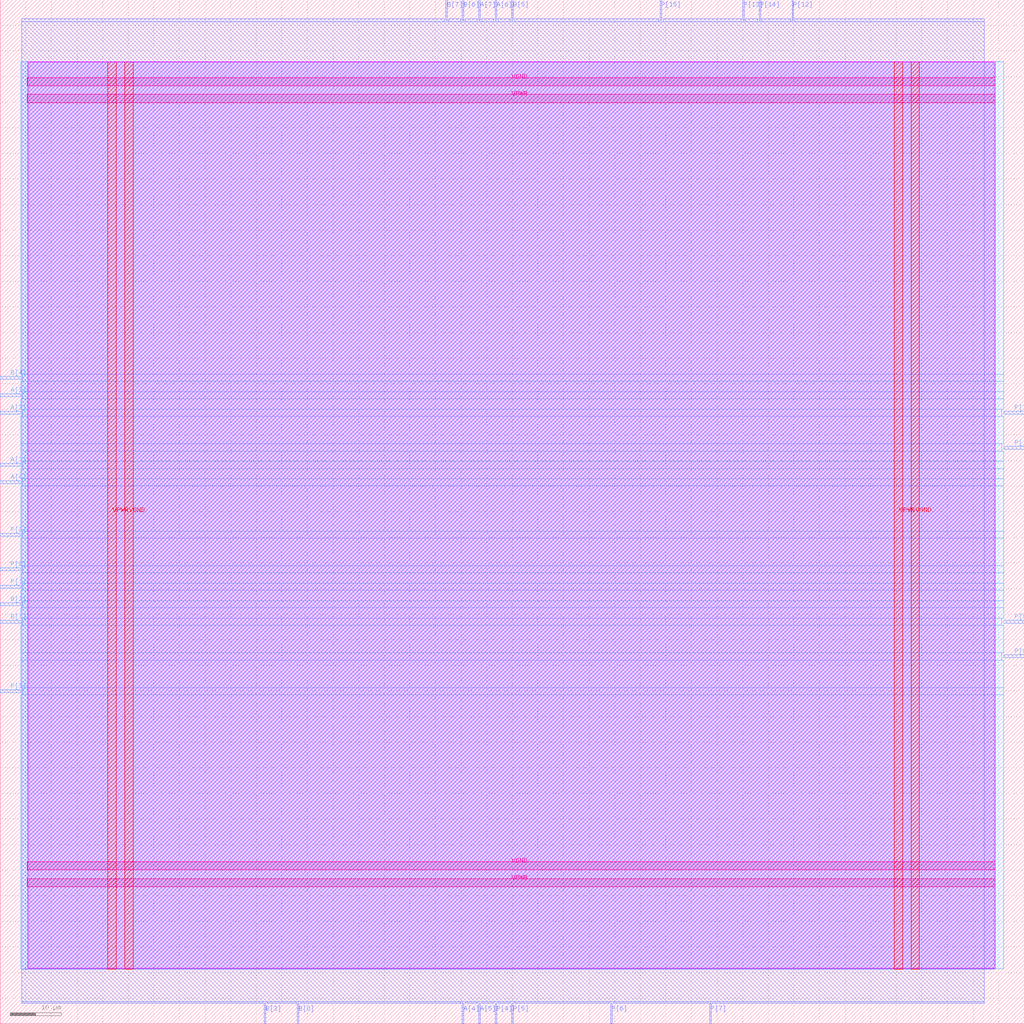
<source format=lef>
VERSION 5.7 ;
  NOWIREEXTENSIONATPIN ON ;
  DIVIDERCHAR "/" ;
  BUSBITCHARS "[]" ;
MACRO mult8_2bits_1op_e16770
  CLASS BLOCK ;
  FOREIGN mult8_2bits_1op_e16770 ;
  ORIGIN 0.000 0.000 ;
  SIZE 200.000 BY 200.000 ;
  PIN A[0]
    DIRECTION INPUT ;
    USE SIGNAL ;
    ANTENNAGATEAREA 0.495000 ;
    PORT
      LAYER met3 ;
        RECT 0.000 105.440 4.000 106.040 ;
    END
  END A[0]
  PIN A[1]
    DIRECTION INPUT ;
    USE SIGNAL ;
    ANTENNAGATEAREA 0.213000 ;
    PORT
      LAYER met3 ;
        RECT 0.000 108.840 4.000 109.440 ;
    END
  END A[1]
  PIN A[2]
    DIRECTION INPUT ;
    USE SIGNAL ;
    ANTENNAGATEAREA 0.196500 ;
    PORT
      LAYER met3 ;
        RECT 0.000 122.440 4.000 123.040 ;
    END
  END A[2]
  PIN A[3]
    DIRECTION INPUT ;
    USE SIGNAL ;
    ANTENNAGATEAREA 0.213000 ;
    PORT
      LAYER met3 ;
        RECT 0.000 119.040 4.000 119.640 ;
    END
  END A[3]
  PIN A[4]
    DIRECTION INPUT ;
    USE SIGNAL ;
    ANTENNAGATEAREA 0.196500 ;
    PORT
      LAYER met2 ;
        RECT 90.250 0.000 90.530 4.000 ;
    END
  END A[4]
  PIN A[5]
    DIRECTION INPUT ;
    USE SIGNAL ;
    ANTENNAGATEAREA 0.159000 ;
    PORT
      LAYER met2 ;
        RECT 93.470 0.000 93.750 4.000 ;
    END
  END A[5]
  PIN A[6]
    DIRECTION INPUT ;
    USE SIGNAL ;
    ANTENNAGATEAREA 0.196500 ;
    PORT
      LAYER met2 ;
        RECT 96.690 196.000 96.970 200.000 ;
    END
  END A[6]
  PIN A[7]
    DIRECTION INPUT ;
    USE SIGNAL ;
    ANTENNAGATEAREA 0.159000 ;
    PORT
      LAYER met2 ;
        RECT 93.470 196.000 93.750 200.000 ;
    END
  END A[7]
  PIN B[0]
    DIRECTION INPUT ;
    USE SIGNAL ;
    ANTENNAGATEAREA 0.213000 ;
    PORT
      LAYER met2 ;
        RECT 58.050 0.000 58.330 4.000 ;
    END
  END B[0]
  PIN B[1]
    DIRECTION INPUT ;
    USE SIGNAL ;
    ANTENNAGATEAREA 0.213000 ;
    PORT
      LAYER met3 ;
        RECT 0.000 78.240 4.000 78.840 ;
    END
  END B[1]
  PIN B[2]
    DIRECTION INPUT ;
    USE SIGNAL ;
    ANTENNAGATEAREA 0.213000 ;
    PORT
      LAYER met3 ;
        RECT 0.000 81.640 4.000 82.240 ;
    END
  END B[2]
  PIN B[3]
    DIRECTION INPUT ;
    USE SIGNAL ;
    ANTENNAGATEAREA 0.495000 ;
    PORT
      LAYER met2 ;
        RECT 51.610 0.000 51.890 4.000 ;
    END
  END B[3]
  PIN B[4]
    DIRECTION INPUT ;
    USE SIGNAL ;
    ANTENNAGATEAREA 0.159000 ;
    PORT
      LAYER met3 ;
        RECT 0.000 125.840 4.000 126.440 ;
    END
  END B[4]
  PIN B[5]
    DIRECTION INPUT ;
    USE SIGNAL ;
    ANTENNAGATEAREA 0.126000 ;
    PORT
      LAYER met2 ;
        RECT 99.910 196.000 100.190 200.000 ;
    END
  END B[5]
  PIN B[6]
    DIRECTION INPUT ;
    USE SIGNAL ;
    ANTENNAGATEAREA 0.159000 ;
    PORT
      LAYER met2 ;
        RECT 90.250 196.000 90.530 200.000 ;
    END
  END B[6]
  PIN B[7]
    DIRECTION INPUT ;
    USE SIGNAL ;
    ANTENNAGATEAREA 0.196500 ;
    PORT
      LAYER met2 ;
        RECT 87.030 196.000 87.310 200.000 ;
    END
  END B[7]
  PIN P[0]
    DIRECTION OUTPUT ;
    USE SIGNAL ;
    ANTENNADIFFAREA 0.445500 ;
    PORT
      LAYER met3 ;
        RECT 0.000 88.440 4.000 89.040 ;
    END
  END P[0]
  PIN P[10]
    DIRECTION OUTPUT ;
    USE SIGNAL ;
    ANTENNADIFFAREA 1.336500 ;
    PORT
      LAYER met3 ;
        RECT 196.000 112.240 200.000 112.840 ;
    END
  END P[10]
  PIN P[11]
    DIRECTION OUTPUT ;
    USE SIGNAL ;
    ANTENNADIFFAREA 1.336500 ;
    PORT
      LAYER met3 ;
        RECT 196.000 119.040 200.000 119.640 ;
    END
  END P[11]
  PIN P[12]
    DIRECTION OUTPUT ;
    USE SIGNAL ;
    ANTENNADIFFAREA 1.336500 ;
    PORT
      LAYER met2 ;
        RECT 154.650 196.000 154.930 200.000 ;
    END
  END P[12]
  PIN P[13]
    DIRECTION OUTPUT ;
    USE SIGNAL ;
    ANTENNADIFFAREA 1.336500 ;
    PORT
      LAYER met2 ;
        RECT 144.990 196.000 145.270 200.000 ;
    END
  END P[13]
  PIN P[14]
    DIRECTION OUTPUT ;
    USE SIGNAL ;
    ANTENNADIFFAREA 1.336500 ;
    PORT
      LAYER met2 ;
        RECT 148.210 196.000 148.490 200.000 ;
    END
  END P[14]
  PIN P[15]
    DIRECTION OUTPUT ;
    USE SIGNAL ;
    ANTENNADIFFAREA 1.782000 ;
    PORT
      LAYER met2 ;
        RECT 128.890 196.000 129.170 200.000 ;
    END
  END P[15]
  PIN P[1]
    DIRECTION OUTPUT ;
    USE SIGNAL ;
    ANTENNADIFFAREA 0.445500 ;
    PORT
      LAYER met3 ;
        RECT 0.000 85.040 4.000 85.640 ;
    END
  END P[1]
  PIN P[2]
    DIRECTION OUTPUT ;
    USE SIGNAL ;
    ANTENNADIFFAREA 0.445500 ;
    PORT
      LAYER met3 ;
        RECT 0.000 95.240 4.000 95.840 ;
    END
  END P[2]
  PIN P[3]
    DIRECTION OUTPUT ;
    USE SIGNAL ;
    ANTENNADIFFAREA 0.445500 ;
    PORT
      LAYER met3 ;
        RECT 0.000 64.640 4.000 65.240 ;
    END
  END P[3]
  PIN P[4]
    DIRECTION OUTPUT ;
    USE SIGNAL ;
    ANTENNADIFFAREA 0.445500 ;
    PORT
      LAYER met2 ;
        RECT 96.690 0.000 96.970 4.000 ;
    END
  END P[4]
  PIN P[5]
    DIRECTION OUTPUT ;
    USE SIGNAL ;
    ANTENNADIFFAREA 0.445500 ;
    PORT
      LAYER met2 ;
        RECT 99.910 0.000 100.190 4.000 ;
    END
  END P[5]
  PIN P[6]
    DIRECTION OUTPUT ;
    USE SIGNAL ;
    ANTENNADIFFAREA 0.891000 ;
    PORT
      LAYER met2 ;
        RECT 119.230 0.000 119.510 4.000 ;
    END
  END P[6]
  PIN P[7]
    DIRECTION OUTPUT ;
    USE SIGNAL ;
    ANTENNADIFFAREA 0.891000 ;
    PORT
      LAYER met2 ;
        RECT 138.550 0.000 138.830 4.000 ;
    END
  END P[7]
  PIN P[8]
    DIRECTION OUTPUT ;
    USE SIGNAL ;
    ANTENNADIFFAREA 1.336500 ;
    PORT
      LAYER met3 ;
        RECT 196.000 71.440 200.000 72.040 ;
    END
  END P[8]
  PIN P[9]
    DIRECTION OUTPUT ;
    USE SIGNAL ;
    ANTENNADIFFAREA 0.891000 ;
    PORT
      LAYER met3 ;
        RECT 196.000 78.240 200.000 78.840 ;
    END
  END P[9]
  PIN VGND
    DIRECTION INOUT ;
    USE GROUND ;
    PORT
      LAYER met4 ;
        RECT 24.340 10.640 25.940 187.920 ;
    END
    PORT
      LAYER met4 ;
        RECT 177.940 10.640 179.540 187.920 ;
    END
    PORT
      LAYER met5 ;
        RECT 5.280 30.030 194.360 31.630 ;
    END
    PORT
      LAYER met5 ;
        RECT 5.280 183.210 194.360 184.810 ;
    END
  END VGND
  PIN VPWR
    DIRECTION INOUT ;
    USE POWER ;
    PORT
      LAYER met4 ;
        RECT 21.040 10.640 22.640 187.920 ;
    END
    PORT
      LAYER met4 ;
        RECT 174.640 10.640 176.240 187.920 ;
    END
    PORT
      LAYER met5 ;
        RECT 5.280 26.730 194.360 28.330 ;
    END
    PORT
      LAYER met5 ;
        RECT 5.280 179.910 194.360 181.510 ;
    END
  END VPWR
  OBS
      LAYER nwell ;
        RECT 5.330 10.795 194.310 187.870 ;
      LAYER li1 ;
        RECT 5.520 10.795 194.120 187.765 ;
      LAYER met1 ;
        RECT 4.210 10.640 194.120 187.920 ;
      LAYER met2 ;
        RECT 4.230 195.720 86.750 196.250 ;
        RECT 87.590 195.720 89.970 196.250 ;
        RECT 90.810 195.720 93.190 196.250 ;
        RECT 94.030 195.720 96.410 196.250 ;
        RECT 97.250 195.720 99.630 196.250 ;
        RECT 100.470 195.720 128.610 196.250 ;
        RECT 129.450 195.720 144.710 196.250 ;
        RECT 145.550 195.720 147.930 196.250 ;
        RECT 148.770 195.720 154.370 196.250 ;
        RECT 155.210 195.720 192.190 196.250 ;
        RECT 4.230 4.280 192.190 195.720 ;
        RECT 4.230 4.000 51.330 4.280 ;
        RECT 52.170 4.000 57.770 4.280 ;
        RECT 58.610 4.000 89.970 4.280 ;
        RECT 90.810 4.000 93.190 4.280 ;
        RECT 94.030 4.000 96.410 4.280 ;
        RECT 97.250 4.000 99.630 4.280 ;
        RECT 100.470 4.000 118.950 4.280 ;
        RECT 119.790 4.000 138.270 4.280 ;
        RECT 139.110 4.000 192.190 4.280 ;
      LAYER met3 ;
        RECT 3.990 126.840 196.000 187.845 ;
        RECT 4.400 125.440 196.000 126.840 ;
        RECT 3.990 123.440 196.000 125.440 ;
        RECT 4.400 122.040 196.000 123.440 ;
        RECT 3.990 120.040 196.000 122.040 ;
        RECT 4.400 118.640 195.600 120.040 ;
        RECT 3.990 113.240 196.000 118.640 ;
        RECT 3.990 111.840 195.600 113.240 ;
        RECT 3.990 109.840 196.000 111.840 ;
        RECT 4.400 108.440 196.000 109.840 ;
        RECT 3.990 106.440 196.000 108.440 ;
        RECT 4.400 105.040 196.000 106.440 ;
        RECT 3.990 96.240 196.000 105.040 ;
        RECT 4.400 94.840 196.000 96.240 ;
        RECT 3.990 89.440 196.000 94.840 ;
        RECT 4.400 88.040 196.000 89.440 ;
        RECT 3.990 86.040 196.000 88.040 ;
        RECT 4.400 84.640 196.000 86.040 ;
        RECT 3.990 82.640 196.000 84.640 ;
        RECT 4.400 81.240 196.000 82.640 ;
        RECT 3.990 79.240 196.000 81.240 ;
        RECT 4.400 77.840 195.600 79.240 ;
        RECT 3.990 72.440 196.000 77.840 ;
        RECT 3.990 71.040 195.600 72.440 ;
        RECT 3.990 65.640 196.000 71.040 ;
        RECT 4.400 64.240 196.000 65.640 ;
        RECT 3.990 10.715 196.000 64.240 ;
  END
END mult8_2bits_1op_e16770
END LIBRARY


</source>
